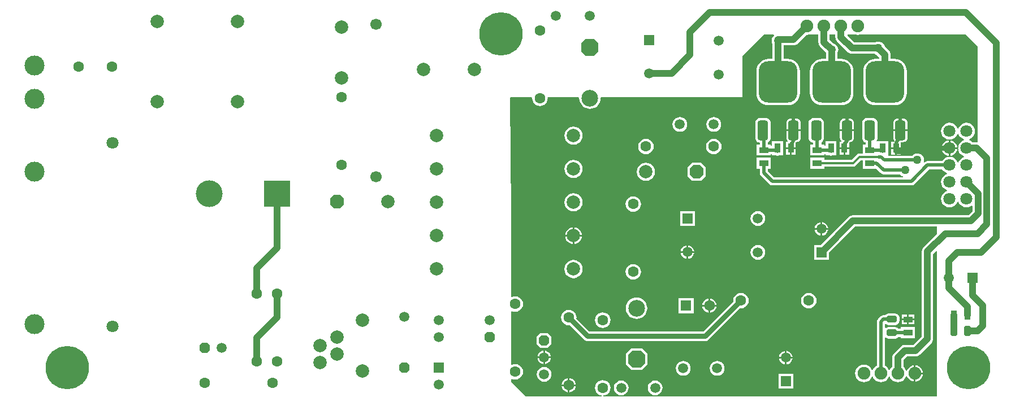
<source format=gtl>
%FSLAX24Y24*%
%MOIN*%
G70*
G01*
G75*
G04 Layer_Physical_Order=1*
G04 Layer_Color=255*
%ADD10R,0.0374X0.0551*%
%ADD11R,0.0551X0.0374*%
G04:AMPARAMS|DCode=12|XSize=228.3mil|YSize=244.1mil|CornerRadius=57.1mil|HoleSize=0mil|Usage=FLASHONLY|Rotation=0.000|XOffset=0mil|YOffset=0mil|HoleType=Round|Shape=RoundedRectangle|*
%AMROUNDEDRECTD12*
21,1,0.2283,0.1299,0,0,0.0*
21,1,0.1142,0.2441,0,0,0.0*
1,1,0.1142,0.0571,-0.0650*
1,1,0.1142,-0.0571,-0.0650*
1,1,0.1142,-0.0571,0.0650*
1,1,0.1142,0.0571,0.0650*
%
%ADD12ROUNDEDRECTD12*%
G04:AMPARAMS|DCode=13|XSize=63mil|YSize=118.1mil|CornerRadius=15.7mil|HoleSize=0mil|Usage=FLASHONLY|Rotation=0.000|XOffset=0mil|YOffset=0mil|HoleType=Round|Shape=RoundedRectangle|*
%AMROUNDEDRECTD13*
21,1,0.0630,0.0866,0,0,0.0*
21,1,0.0315,0.1181,0,0,0.0*
1,1,0.0315,0.0157,-0.0433*
1,1,0.0315,-0.0157,-0.0433*
1,1,0.0315,-0.0157,0.0433*
1,1,0.0315,0.0157,0.0433*
%
%ADD13ROUNDEDRECTD13*%
G04:AMPARAMS|DCode=14|XSize=40mil|YSize=60mil|CornerRadius=10mil|HoleSize=0mil|Usage=FLASHONLY|Rotation=270.000|XOffset=0mil|YOffset=0mil|HoleType=Round|Shape=RoundedRectangle|*
%AMROUNDEDRECTD14*
21,1,0.0400,0.0400,0,0,270.0*
21,1,0.0200,0.0600,0,0,270.0*
1,1,0.0200,-0.0200,-0.0100*
1,1,0.0200,-0.0200,0.0100*
1,1,0.0200,0.0200,0.0100*
1,1,0.0200,0.0200,-0.0100*
%
%ADD14ROUNDEDRECTD14*%
G04:AMPARAMS|DCode=15|XSize=40mil|YSize=60mil|CornerRadius=10mil|HoleSize=0mil|Usage=FLASHONLY|Rotation=180.000|XOffset=0mil|YOffset=0mil|HoleType=Round|Shape=RoundedRectangle|*
%AMROUNDEDRECTD15*
21,1,0.0400,0.0400,0,0,180.0*
21,1,0.0200,0.0600,0,0,180.0*
1,1,0.0200,-0.0100,0.0200*
1,1,0.0200,0.0100,0.0200*
1,1,0.0200,0.0100,-0.0200*
1,1,0.0200,-0.0100,-0.0200*
%
%ADD15ROUNDEDRECTD15*%
%ADD16C,0.0197*%
%ADD17C,0.0394*%
%ADD18C,0.0295*%
%ADD19C,0.0138*%
%ADD20C,0.0118*%
%ADD21C,0.0630*%
%ADD22R,0.0591X0.0591*%
%ADD23C,0.0591*%
%ADD24R,0.0630X0.0630*%
%ADD25C,0.0748*%
G04:AMPARAMS|DCode=26|XSize=98.4mil|YSize=98.4mil|CornerRadius=0mil|HoleSize=0mil|Usage=FLASHONLY|Rotation=90.000|XOffset=0mil|YOffset=0mil|HoleType=Round|Shape=Octagon|*
%AMOCTAGOND26*
4,1,8,0.0246,0.0492,-0.0246,0.0492,-0.0492,0.0246,-0.0492,-0.0246,-0.0246,-0.0492,0.0246,-0.0492,0.0492,-0.0246,0.0492,0.0246,0.0246,0.0492,0.0*
%
%ADD26OCTAGOND26*%

%ADD27C,0.0984*%
%ADD28C,0.0787*%
G04:AMPARAMS|DCode=29|XSize=78.7mil|YSize=78.7mil|CornerRadius=0mil|HoleSize=0mil|Usage=FLASHONLY|Rotation=0.000|XOffset=0mil|YOffset=0mil|HoleType=Round|Shape=Octagon|*
%AMOCTAGOND29*
4,1,8,0.0394,-0.0197,0.0394,0.0197,0.0197,0.0394,-0.0197,0.0394,-0.0394,0.0197,-0.0394,-0.0197,-0.0197,-0.0394,0.0197,-0.0394,0.0394,-0.0197,0.0*
%
%ADD29OCTAGOND29*%

G04:AMPARAMS|DCode=30|XSize=59.1mil|YSize=59.1mil|CornerRadius=0mil|HoleSize=0mil|Usage=FLASHONLY|Rotation=180.000|XOffset=0mil|YOffset=0mil|HoleType=Round|Shape=Octagon|*
%AMOCTAGOND30*
4,1,8,-0.0295,0.0148,-0.0295,-0.0148,-0.0148,-0.0295,0.0148,-0.0295,0.0295,-0.0148,0.0295,0.0148,0.0148,0.0295,-0.0148,0.0295,-0.0295,0.0148,0.0*
%
%ADD30OCTAGOND30*%

%ADD31C,0.2559*%
%ADD32C,0.1181*%
%ADD33R,0.0591X0.0591*%
%ADD34C,0.0709*%
%ADD35C,0.1575*%
%ADD36R,0.1575X0.1575*%
G04:AMPARAMS|DCode=37|XSize=59.1mil|YSize=59.1mil|CornerRadius=0mil|HoleSize=0mil|Usage=FLASHONLY|Rotation=270.000|XOffset=0mil|YOffset=0mil|HoleType=Round|Shape=Octagon|*
%AMOCTAGOND37*
4,1,8,-0.0148,-0.0295,0.0148,-0.0295,0.0295,-0.0148,0.0295,0.0148,0.0148,0.0295,-0.0148,0.0295,-0.0295,0.0148,-0.0295,-0.0148,-0.0148,-0.0295,0.0*
%
%ADD37OCTAGOND37*%

%ADD38C,0.0669*%
%ADD39C,0.0500*%
G36*
X66950Y31250D02*
X67450Y30750D01*
Y25119D01*
X67412Y25086D01*
X67400Y25088D01*
X67161D01*
X67151Y25101D01*
X67048Y25180D01*
X66941Y25224D01*
X66941Y25224D01*
Y25276D01*
X66941Y25276D01*
X67048Y25320D01*
X67151Y25399D01*
X67230Y25502D01*
X67279Y25622D01*
X67296Y25750D01*
X67279Y25878D01*
X67230Y25998D01*
X67151Y26101D01*
X67048Y26180D01*
X66928Y26229D01*
X66800Y26246D01*
X66671Y26229D01*
X66552Y26180D01*
X66449Y26101D01*
X66370Y25998D01*
X66326Y25891D01*
X66326Y25891D01*
X66274D01*
X66274Y25891D01*
X66230Y25998D01*
X66151Y26101D01*
X66048Y26180D01*
X65928Y26229D01*
X65800Y26246D01*
X65671Y26229D01*
X65552Y26180D01*
X65449Y26101D01*
X65370Y25998D01*
X65320Y25878D01*
X65304Y25750D01*
X65320Y25622D01*
X65370Y25502D01*
X65449Y25399D01*
X65552Y25320D01*
X65671Y25271D01*
X65781Y25256D01*
Y25252D01*
X65819D01*
Y25256D01*
X65928Y25271D01*
X66048Y25320D01*
X66151Y25399D01*
X66230Y25502D01*
X66274Y25609D01*
X66274Y25609D01*
X66326D01*
X66326Y25609D01*
X66370Y25502D01*
X66449Y25399D01*
X66552Y25320D01*
X66659Y25276D01*
X66659Y25276D01*
Y25224D01*
X66659Y25224D01*
X66552Y25180D01*
X66449Y25101D01*
X66370Y24998D01*
X66320Y24878D01*
X66306Y24769D01*
X66302D01*
Y24731D01*
X66306D01*
X66320Y24622D01*
X66370Y24502D01*
X66449Y24399D01*
X66552Y24320D01*
X66659Y24276D01*
X66659Y24276D01*
Y24224D01*
X66659Y24224D01*
X66552Y24180D01*
X66449Y24101D01*
X66370Y23998D01*
X66326Y23891D01*
X66326Y23891D01*
X66274D01*
X66274Y23891D01*
X66230Y23998D01*
X66151Y24101D01*
X66048Y24180D01*
X65928Y24229D01*
X65819Y24244D01*
Y24248D01*
X65781D01*
Y24244D01*
X65671Y24229D01*
X65552Y24180D01*
X65449Y24101D01*
X65370Y23998D01*
X65367Y23991D01*
X64500D01*
X64408Y23972D01*
X64330Y23920D01*
X64313Y23904D01*
X64271Y23932D01*
X64278Y23949D01*
X64291Y24050D01*
X64278Y24151D01*
X64239Y24246D01*
X64177Y24327D01*
X64096Y24389D01*
X64001Y24428D01*
X63900Y24441D01*
X63799Y24428D01*
X63704Y24389D01*
X63623Y24327D01*
X63596Y24291D01*
X62191D01*
X62181Y24337D01*
X62181Y24337D01*
X62181Y24337D01*
Y25163D01*
X61536D01*
X61503Y25201D01*
X61515Y25218D01*
X61545Y25290D01*
X61555Y25367D01*
Y26233D01*
X61545Y26310D01*
X61515Y26382D01*
X61468Y26444D01*
X61406Y26491D01*
X61335Y26521D01*
X61257Y26531D01*
X60943D01*
X60865Y26521D01*
X60794Y26491D01*
X60732Y26444D01*
X60685Y26382D01*
X60655Y26310D01*
X60645Y26233D01*
Y25367D01*
X60655Y25290D01*
X60685Y25218D01*
X60732Y25156D01*
X60794Y25109D01*
X60859Y25082D01*
Y24969D01*
X60687D01*
Y24431D01*
X60480D01*
X60416Y24418D01*
X60403Y24416D01*
X60338Y24372D01*
X60033Y24067D01*
X58413D01*
Y24181D01*
X57587D01*
Y23531D01*
X58413D01*
Y23646D01*
X60106D01*
X60187Y23662D01*
X60255Y23707D01*
X60284Y23750D01*
X60563Y24029D01*
X60687D01*
Y23531D01*
X61484D01*
X61736Y23280D01*
X61814Y23227D01*
X61906Y23209D01*
X62896D01*
X62923Y23173D01*
X63004Y23111D01*
X63054Y23091D01*
X63044Y23041D01*
X55450D01*
X55091Y23400D01*
Y23531D01*
X55263D01*
Y24181D01*
X54437D01*
Y23531D01*
X54609D01*
Y23300D01*
X54627Y23208D01*
X54680Y23130D01*
X55180Y22630D01*
X55258Y22577D01*
X55350Y22559D01*
X63550D01*
X63642Y22577D01*
X63720Y22630D01*
X64600Y23509D01*
X65367D01*
X65370Y23502D01*
X65449Y23399D01*
X65552Y23320D01*
X65659Y23276D01*
X65659Y23276D01*
Y23224D01*
X65659Y23224D01*
X65552Y23180D01*
X65449Y23101D01*
X65370Y22998D01*
X65320Y22878D01*
X65304Y22750D01*
X65320Y22622D01*
X65370Y22502D01*
X65449Y22399D01*
X65552Y22320D01*
X65659Y22276D01*
X65659Y22276D01*
Y22224D01*
X65659Y22224D01*
X65552Y22180D01*
X65449Y22101D01*
X65370Y21998D01*
X65320Y21878D01*
X65304Y21750D01*
X65320Y21622D01*
X65370Y21502D01*
X65449Y21399D01*
X65552Y21320D01*
X65671Y21271D01*
X65800Y21254D01*
X65928Y21271D01*
X66048Y21320D01*
X66151Y21399D01*
X66230Y21502D01*
X66274Y21609D01*
X66274Y21609D01*
X66326D01*
X66326Y21609D01*
X66370Y21502D01*
X66449Y21399D01*
X66552Y21320D01*
X66671Y21271D01*
X66800Y21254D01*
X66928Y21271D01*
X67048Y21320D01*
X67112Y21369D01*
X67162Y21345D01*
Y21040D01*
X66923Y20800D01*
X65250D01*
X65238Y20788D01*
X60089D01*
X60002Y20776D01*
X59920Y20742D01*
X59850Y20689D01*
X58206Y19044D01*
X57817D01*
Y18178D01*
X58683D01*
Y18567D01*
X60229Y20112D01*
X65050D01*
Y19677D01*
X64261Y18889D01*
X64208Y18819D01*
X64198Y18795D01*
X64174Y18737D01*
X64162Y18650D01*
Y13640D01*
X63660Y13138D01*
X63150D01*
X63063Y13126D01*
X62981Y13092D01*
X62911Y13039D01*
X62511Y12639D01*
X62458Y12569D01*
X62448Y12545D01*
X62424Y12487D01*
X62412Y12400D01*
Y11836D01*
X62385Y11815D01*
X62303Y11708D01*
X62277Y11646D01*
X62223D01*
X62197Y11708D01*
X62115Y11815D01*
X62008Y11897D01*
X61991Y11904D01*
Y13552D01*
X62041Y13570D01*
X62107Y13526D01*
X62200Y13508D01*
X62600D01*
X62693Y13526D01*
X62771Y13579D01*
X62792Y13609D01*
X62937D01*
Y13532D01*
X63763D01*
Y14181D01*
X62937D01*
Y14091D01*
X62792D01*
X62771Y14121D01*
X62693Y14174D01*
X62600Y14192D01*
X62200D01*
X62107Y14174D01*
X62041Y14130D01*
X61991Y14148D01*
Y14348D01*
X61999Y14355D01*
X62041Y14370D01*
X62107Y14326D01*
X62200Y14308D01*
X62600D01*
X62693Y14326D01*
X62771Y14379D01*
X62824Y14457D01*
X62842Y14550D01*
Y14750D01*
X62824Y14843D01*
X62771Y14921D01*
X62693Y14974D01*
X62600Y14992D01*
X62200D01*
X62107Y14974D01*
X62029Y14921D01*
X62008Y14891D01*
X61900D01*
X61808Y14873D01*
X61730Y14820D01*
X61580Y14670D01*
X61527Y14592D01*
X61509Y14500D01*
Y11904D01*
X61492Y11897D01*
X61385Y11815D01*
X61303Y11708D01*
X61277Y11646D01*
X61223D01*
X61197Y11708D01*
X61115Y11815D01*
X61008Y11897D01*
X60884Y11949D01*
X60750Y11966D01*
X60616Y11949D01*
X60492Y11897D01*
X60385Y11815D01*
X60303Y11708D01*
X60251Y11584D01*
X60234Y11450D01*
X60251Y11316D01*
X60303Y11192D01*
X60385Y11085D01*
X60492Y11003D01*
X60616Y10951D01*
X60750Y10934D01*
X60884Y10951D01*
X61008Y11003D01*
X61115Y11085D01*
X61197Y11192D01*
X61223Y11254D01*
X61277D01*
X61303Y11192D01*
X61385Y11085D01*
X61492Y11003D01*
X61616Y10951D01*
X61750Y10934D01*
X61884Y10951D01*
X62008Y11003D01*
X62115Y11085D01*
X62197Y11192D01*
X62223Y11254D01*
X62277D01*
X62303Y11192D01*
X62385Y11085D01*
X62492Y11003D01*
X62616Y10951D01*
X62750Y10934D01*
X62884Y10951D01*
X63008Y11003D01*
X63115Y11085D01*
X63197Y11192D01*
X63243Y11304D01*
X63285Y11309D01*
X63296Y11307D01*
X63336Y11211D01*
X63412Y11112D01*
X63511Y11036D01*
X63626Y10988D01*
X63700Y10978D01*
Y11450D01*
Y11922D01*
X63626Y11912D01*
X63511Y11864D01*
X63412Y11788D01*
X63336Y11689D01*
X63296Y11593D01*
X63285Y11591D01*
X63243Y11596D01*
X63197Y11708D01*
X63115Y11815D01*
X63088Y11836D01*
Y12260D01*
X63290Y12462D01*
X63800D01*
X63887Y12474D01*
X63945Y12498D01*
X63969Y12508D01*
X64039Y12561D01*
X64739Y13261D01*
X64792Y13331D01*
X64826Y13413D01*
X64838Y13500D01*
Y18510D01*
X65004Y18676D01*
X65050Y18657D01*
Y10100D01*
X45404D01*
X45401Y10150D01*
X45468Y10159D01*
X45578Y10205D01*
X45673Y10277D01*
X45745Y10372D01*
X45791Y10482D01*
X45807Y10600D01*
X45791Y10718D01*
X45745Y10828D01*
X45673Y10923D01*
X45578Y10995D01*
X45468Y11041D01*
X45350Y11057D01*
X45232Y11041D01*
X45122Y10995D01*
X45027Y10923D01*
X44955Y10828D01*
X44909Y10718D01*
X44893Y10600D01*
X44909Y10482D01*
X44955Y10372D01*
X45027Y10277D01*
X45122Y10205D01*
X45232Y10159D01*
X45299Y10150D01*
X45296Y10100D01*
X40800D01*
X40750Y10150D01*
X39950Y10950D01*
Y11111D01*
X40000Y11143D01*
X40082Y11109D01*
X40200Y11093D01*
X40318Y11109D01*
X40428Y11155D01*
X40523Y11227D01*
X40595Y11322D01*
X40641Y11432D01*
X40657Y11550D01*
X40641Y11668D01*
X40595Y11778D01*
X40523Y11873D01*
X40428Y11945D01*
X40318Y11991D01*
X40200Y12007D01*
X40082Y11991D01*
X40000Y11957D01*
X39950Y11989D01*
Y15111D01*
X40000Y15143D01*
X40082Y15109D01*
X40200Y15093D01*
X40318Y15109D01*
X40428Y15155D01*
X40523Y15227D01*
X40595Y15322D01*
X40641Y15432D01*
X40657Y15550D01*
X40641Y15668D01*
X40595Y15778D01*
X40523Y15873D01*
X40428Y15945D01*
X40318Y15991D01*
X40200Y16007D01*
X40082Y15991D01*
X40000Y15957D01*
X39950Y15989D01*
Y21000D01*
X39900Y27715D01*
X39935Y27750D01*
X41162D01*
X41195Y27712D01*
X41193Y27700D01*
X41209Y27582D01*
X41255Y27472D01*
X41327Y27377D01*
X41422Y27305D01*
X41532Y27259D01*
X41650Y27243D01*
X41768Y27259D01*
X41878Y27305D01*
X41973Y27377D01*
X42045Y27472D01*
X42091Y27582D01*
X42107Y27700D01*
X42105Y27712D01*
X42138Y27750D01*
X43935D01*
X43968Y27713D01*
X43967Y27700D01*
X43979Y27577D01*
X44015Y27458D01*
X44074Y27348D01*
X44152Y27252D01*
X44248Y27174D01*
X44358Y27115D01*
X44477Y27079D01*
X44600Y27067D01*
X44723Y27079D01*
X44842Y27115D01*
X44952Y27174D01*
X45048Y27252D01*
X45126Y27348D01*
X45185Y27458D01*
X45221Y27577D01*
X45233Y27700D01*
X45232Y27713D01*
X45265Y27750D01*
X53600D01*
Y30200D01*
X53700Y30300D01*
X54850Y31450D01*
X55437D01*
X55454Y31400D01*
X55423Y31377D01*
X55361Y31296D01*
X55322Y31201D01*
X55309Y31100D01*
X55322Y30999D01*
X55361Y30904D01*
X55362Y30903D01*
Y30012D01*
X55129D01*
X54990Y29998D01*
X54857Y29957D01*
X54734Y29892D01*
X54626Y29803D01*
X54537Y29695D01*
X54471Y29572D01*
X54431Y29439D01*
X54417Y29300D01*
Y28000D01*
X54431Y27861D01*
X54471Y27728D01*
X54537Y27605D01*
X54626Y27497D01*
X54734Y27408D01*
X54857Y27343D01*
X54990Y27302D01*
X55129Y27288D01*
X56271D01*
X56410Y27302D01*
X56543Y27343D01*
X56666Y27408D01*
X56774Y27497D01*
X56863Y27605D01*
X56929Y27728D01*
X56969Y27861D01*
X56983Y28000D01*
Y29300D01*
X56969Y29439D01*
X56929Y29572D01*
X56863Y29695D01*
X56774Y29803D01*
X56666Y29892D01*
X56543Y29957D01*
X56410Y29998D01*
X56271Y30012D01*
X56038D01*
Y30812D01*
X56600D01*
X56687Y30824D01*
X56769Y30858D01*
X56839Y30911D01*
X57366Y31438D01*
X57400Y31434D01*
X57523Y31450D01*
X58062D01*
Y31000D01*
X58074Y30913D01*
X58098Y30855D01*
X58108Y30831D01*
X58161Y30761D01*
X58472Y30451D01*
X58472Y30449D01*
X58511Y30354D01*
X58512Y30353D01*
Y30012D01*
X58279D01*
X58140Y29998D01*
X58007Y29957D01*
X57884Y29892D01*
X57776Y29803D01*
X57687Y29695D01*
X57621Y29572D01*
X57581Y29439D01*
X57567Y29300D01*
Y28000D01*
X57581Y27861D01*
X57621Y27728D01*
X57687Y27605D01*
X57776Y27497D01*
X57884Y27408D01*
X58007Y27343D01*
X58140Y27302D01*
X58279Y27288D01*
X59421D01*
X59560Y27302D01*
X59693Y27343D01*
X59816Y27408D01*
X59924Y27497D01*
X60013Y27605D01*
X60079Y27728D01*
X60119Y27861D01*
X60133Y28000D01*
Y29300D01*
X60119Y29439D01*
X60079Y29572D01*
X60013Y29695D01*
X59924Y29803D01*
X59816Y29892D01*
X59693Y29957D01*
X59560Y29998D01*
X59421Y30012D01*
X59188D01*
Y30353D01*
X59189Y30354D01*
X59228Y30449D01*
X59241Y30550D01*
X59228Y30651D01*
X59189Y30746D01*
X59127Y30827D01*
X59046Y30889D01*
X58951Y30928D01*
X58949Y30928D01*
X58738Y31140D01*
Y31450D01*
X59062D01*
Y31300D01*
X59074Y31213D01*
X59098Y31155D01*
X59108Y31131D01*
X59161Y31061D01*
X59811Y30411D01*
X59881Y30358D01*
X59963Y30324D01*
X60050Y30312D01*
X61403D01*
X61404Y30311D01*
X61499Y30272D01*
X61501Y30272D01*
X61662Y30110D01*
Y30012D01*
X61429D01*
X61290Y29998D01*
X61157Y29957D01*
X61034Y29892D01*
X60926Y29803D01*
X60837Y29695D01*
X60771Y29572D01*
X60731Y29439D01*
X60717Y29300D01*
Y28000D01*
X60731Y27861D01*
X60771Y27728D01*
X60837Y27605D01*
X60926Y27497D01*
X61034Y27408D01*
X61157Y27343D01*
X61290Y27302D01*
X61429Y27288D01*
X62571D01*
X62710Y27302D01*
X62843Y27343D01*
X62966Y27408D01*
X63074Y27497D01*
X63163Y27605D01*
X63229Y27728D01*
X63269Y27861D01*
X63283Y28000D01*
Y29300D01*
X63269Y29439D01*
X63229Y29572D01*
X63163Y29695D01*
X63074Y29803D01*
X62966Y29892D01*
X62843Y29957D01*
X62710Y29998D01*
X62571Y30012D01*
X62338D01*
Y30250D01*
X62326Y30337D01*
X62292Y30419D01*
X62239Y30489D01*
X61978Y30749D01*
X61978Y30751D01*
X61939Y30846D01*
X61877Y30927D01*
X61796Y30989D01*
X61701Y31028D01*
X61600Y31041D01*
X61499Y31028D01*
X61404Y30989D01*
X61403Y30988D01*
X60190D01*
X59777Y31400D01*
X59798Y31450D01*
X60277D01*
X60400Y31434D01*
X60523Y31450D01*
X66750D01*
X66950Y31250D01*
D02*
G37*
%LPC*%
G36*
X63726Y14931D02*
X63400D01*
Y14694D01*
X63726D01*
Y14931D01*
D02*
G37*
G36*
X63300D02*
X62974D01*
Y14694D01*
X63300D01*
Y14931D01*
D02*
G37*
G36*
X50714Y15903D02*
X49808D01*
Y14997D01*
X50714D01*
Y15903D01*
D02*
G37*
G36*
X52051Y15400D02*
X51689D01*
Y15038D01*
X51747Y15046D01*
X51848Y15088D01*
X51935Y15154D01*
X52001Y15241D01*
X52043Y15342D01*
X52051Y15400D01*
D02*
G37*
G36*
X51589D02*
X51227D01*
X51235Y15342D01*
X51277Y15241D01*
X51343Y15154D01*
X51430Y15088D01*
X51531Y15046D01*
X51589Y15038D01*
Y15400D01*
D02*
G37*
G36*
X45350Y15057D02*
X45232Y15041D01*
X45122Y14995D01*
X45027Y14923D01*
X44955Y14828D01*
X44909Y14718D01*
X44893Y14600D01*
X44909Y14482D01*
X44955Y14372D01*
X45027Y14277D01*
X45122Y14205D01*
X45232Y14159D01*
X45350Y14143D01*
X45468Y14159D01*
X45578Y14205D01*
X45673Y14277D01*
X45745Y14372D01*
X45791Y14482D01*
X45807Y14600D01*
X45791Y14718D01*
X45745Y14828D01*
X45673Y14923D01*
X45578Y14995D01*
X45468Y15041D01*
X45350Y15057D01*
D02*
G37*
G36*
X42117Y13833D02*
X41683D01*
X41467Y13617D01*
Y13183D01*
X41683Y12967D01*
X42117D01*
X42333Y13183D01*
Y13617D01*
X42117Y13833D01*
D02*
G37*
G36*
X63300Y14594D02*
X62974D01*
Y14357D01*
X63300D01*
Y14594D01*
D02*
G37*
G36*
X47350Y15933D02*
X47227Y15921D01*
X47108Y15885D01*
X46998Y15826D01*
X46902Y15748D01*
X46824Y15652D01*
X46765Y15542D01*
X46729Y15423D01*
X46717Y15300D01*
X46729Y15177D01*
X46765Y15058D01*
X46824Y14948D01*
X46902Y14852D01*
X46998Y14774D01*
X47108Y14715D01*
X47227Y14679D01*
X47350Y14667D01*
X47473Y14679D01*
X47592Y14715D01*
X47702Y14774D01*
X47798Y14852D01*
X47876Y14948D01*
X47935Y15058D01*
X47971Y15177D01*
X47983Y15300D01*
X47971Y15423D01*
X47935Y15542D01*
X47876Y15652D01*
X47798Y15748D01*
X47702Y15826D01*
X47592Y15885D01*
X47473Y15921D01*
X47350Y15933D01*
D02*
G37*
G36*
X63726Y14594D02*
X63400D01*
Y14357D01*
X63726D01*
Y14594D01*
D02*
G37*
G36*
X54500Y19037D02*
X54387Y19022D01*
X54282Y18978D01*
X54191Y18909D01*
X54122Y18818D01*
X54078Y18713D01*
X54063Y18600D01*
X54078Y18487D01*
X54122Y18382D01*
X54191Y18291D01*
X54282Y18222D01*
X54387Y18178D01*
X54500Y18163D01*
X54613Y18178D01*
X54718Y18222D01*
X54809Y18291D01*
X54878Y18382D01*
X54922Y18487D01*
X54937Y18600D01*
X54922Y18713D01*
X54878Y18818D01*
X54809Y18909D01*
X54718Y18978D01*
X54613Y19022D01*
X54500Y19037D01*
D02*
G37*
G36*
X43635Y18149D02*
X43497Y18131D01*
X43367Y18077D01*
X43256Y17992D01*
X43171Y17881D01*
X43118Y17752D01*
X43099Y17613D01*
X43118Y17474D01*
X43171Y17345D01*
X43256Y17234D01*
X43367Y17149D01*
X43497Y17095D01*
X43635Y17077D01*
X43774Y17095D01*
X43903Y17149D01*
X44015Y17234D01*
X44100Y17345D01*
X44153Y17474D01*
X44172Y17613D01*
X44153Y17752D01*
X44100Y17881D01*
X44015Y17992D01*
X43903Y18077D01*
X43774Y18131D01*
X43635Y18149D01*
D02*
G37*
G36*
X50300Y18566D02*
X49958D01*
X49965Y18513D01*
X50005Y18416D01*
X50068Y18334D01*
X50151Y18270D01*
X50247Y18231D01*
X50300Y18224D01*
Y18566D01*
D02*
G37*
G36*
Y19008D02*
X50247Y19001D01*
X50151Y18961D01*
X50068Y18898D01*
X50005Y18815D01*
X49965Y18719D01*
X49958Y18666D01*
X50300D01*
Y19008D01*
D02*
G37*
G36*
X50742Y18566D02*
X50400D01*
Y18224D01*
X50453Y18231D01*
X50549Y18270D01*
X50632Y18334D01*
X50695Y18416D01*
X50735Y18513D01*
X50742Y18566D01*
D02*
G37*
G36*
X57500Y16207D02*
X57382Y16191D01*
X57272Y16145D01*
X57177Y16073D01*
X57105Y15978D01*
X57059Y15868D01*
X57043Y15750D01*
X57059Y15632D01*
X57105Y15522D01*
X57177Y15427D01*
X57272Y15355D01*
X57382Y15309D01*
X57500Y15293D01*
X57618Y15309D01*
X57728Y15355D01*
X57823Y15427D01*
X57895Y15522D01*
X57941Y15632D01*
X57957Y15750D01*
X57941Y15868D01*
X57895Y15978D01*
X57823Y16073D01*
X57728Y16145D01*
X57618Y16191D01*
X57500Y16207D01*
D02*
G37*
G36*
X53500D02*
X53382Y16191D01*
X53272Y16145D01*
X53177Y16073D01*
X53105Y15978D01*
X53059Y15868D01*
X53043Y15750D01*
X53049Y15706D01*
X51281Y13938D01*
X44569D01*
X43801Y14706D01*
X43807Y14750D01*
X43791Y14868D01*
X43745Y14978D01*
X43673Y15073D01*
X43578Y15145D01*
X43468Y15191D01*
X43350Y15207D01*
X43232Y15191D01*
X43122Y15145D01*
X43027Y15073D01*
X42955Y14978D01*
X42909Y14868D01*
X42893Y14750D01*
X42909Y14632D01*
X42955Y14522D01*
X43027Y14427D01*
X43122Y14355D01*
X43232Y14309D01*
X43350Y14293D01*
X43394Y14299D01*
X44246Y13446D01*
X44306Y13401D01*
X44375Y13372D01*
X44450Y13362D01*
X51400D01*
X51475Y13372D01*
X51544Y13401D01*
X51604Y13446D01*
X53456Y15299D01*
X53500Y15293D01*
X53618Y15309D01*
X53728Y15355D01*
X53823Y15427D01*
X53895Y15522D01*
X53941Y15632D01*
X53957Y15750D01*
X53941Y15868D01*
X53895Y15978D01*
X53823Y16073D01*
X53728Y16145D01*
X53618Y16191D01*
X53500Y16207D01*
D02*
G37*
G36*
X51589Y15862D02*
X51531Y15854D01*
X51430Y15812D01*
X51343Y15746D01*
X51277Y15659D01*
X51235Y15558D01*
X51227Y15500D01*
X51589D01*
Y15862D01*
D02*
G37*
G36*
X47150Y17907D02*
X47032Y17891D01*
X46922Y17845D01*
X46827Y17773D01*
X46755Y17678D01*
X46709Y17568D01*
X46693Y17450D01*
X46709Y17332D01*
X46755Y17222D01*
X46827Y17127D01*
X46922Y17055D01*
X47032Y17009D01*
X47150Y16993D01*
X47268Y17009D01*
X47378Y17055D01*
X47473Y17127D01*
X47545Y17222D01*
X47591Y17332D01*
X47607Y17450D01*
X47591Y17568D01*
X47545Y17678D01*
X47473Y17773D01*
X47378Y17845D01*
X47268Y17891D01*
X47150Y17907D01*
D02*
G37*
G36*
X51689Y15862D02*
Y15500D01*
X52051D01*
X52043Y15558D01*
X52001Y15659D01*
X51935Y15746D01*
X51848Y15812D01*
X51747Y15854D01*
X51689Y15862D01*
D02*
G37*
G36*
X41950Y12792D02*
Y12450D01*
X42292D01*
X42285Y12503D01*
X42245Y12599D01*
X42182Y12682D01*
X42099Y12745D01*
X42003Y12785D01*
X41950Y12792D01*
D02*
G37*
G36*
X43400Y11162D02*
Y10800D01*
X43762D01*
X43754Y10858D01*
X43712Y10959D01*
X43646Y11046D01*
X43559Y11112D01*
X43458Y11154D01*
X43400Y11162D01*
D02*
G37*
G36*
X43300D02*
X43242Y11154D01*
X43141Y11112D01*
X43054Y11046D01*
X42988Y10959D01*
X42946Y10858D01*
X42938Y10800D01*
X43300D01*
Y11162D01*
D02*
G37*
G36*
X41900Y11837D02*
X41787Y11822D01*
X41682Y11778D01*
X41591Y11709D01*
X41522Y11618D01*
X41478Y11513D01*
X41463Y11400D01*
X41478Y11287D01*
X41522Y11182D01*
X41591Y11091D01*
X41682Y11022D01*
X41787Y10978D01*
X41900Y10963D01*
X42013Y10978D01*
X42118Y11022D01*
X42209Y11091D01*
X42278Y11182D01*
X42322Y11287D01*
X42337Y11400D01*
X42322Y11513D01*
X42278Y11618D01*
X42209Y11709D01*
X42118Y11778D01*
X42013Y11822D01*
X41900Y11837D01*
D02*
G37*
G36*
X50100Y12187D02*
X49987Y12172D01*
X49882Y12128D01*
X49791Y12059D01*
X49722Y11968D01*
X49678Y11863D01*
X49663Y11750D01*
X49678Y11637D01*
X49722Y11532D01*
X49791Y11441D01*
X49882Y11372D01*
X49987Y11328D01*
X50100Y11313D01*
X50213Y11328D01*
X50318Y11372D01*
X50409Y11441D01*
X50478Y11532D01*
X50522Y11637D01*
X50537Y11750D01*
X50522Y11863D01*
X50478Y11968D01*
X50409Y12059D01*
X50318Y12128D01*
X50213Y12172D01*
X50100Y12187D01*
D02*
G37*
G36*
X64222Y11400D02*
X63800D01*
Y10978D01*
X63874Y10988D01*
X63989Y11036D01*
X64088Y11112D01*
X64164Y11211D01*
X64212Y11326D01*
X64222Y11400D01*
D02*
G37*
G36*
X48450Y11037D02*
X48337Y11022D01*
X48232Y10978D01*
X48141Y10909D01*
X48072Y10818D01*
X48028Y10713D01*
X48013Y10600D01*
X48028Y10487D01*
X48072Y10382D01*
X48141Y10291D01*
X48232Y10222D01*
X48337Y10178D01*
X48450Y10163D01*
X48563Y10178D01*
X48668Y10222D01*
X48759Y10291D01*
X48828Y10382D01*
X48872Y10487D01*
X48887Y10600D01*
X48872Y10713D01*
X48828Y10818D01*
X48759Y10909D01*
X48668Y10978D01*
X48563Y11022D01*
X48450Y11037D01*
D02*
G37*
G36*
X46450D02*
X46337Y11022D01*
X46232Y10978D01*
X46141Y10909D01*
X46072Y10818D01*
X46028Y10713D01*
X46013Y10600D01*
X46028Y10487D01*
X46072Y10382D01*
X46141Y10291D01*
X46232Y10222D01*
X46337Y10178D01*
X46450Y10163D01*
X46563Y10178D01*
X46668Y10222D01*
X46759Y10291D01*
X46828Y10382D01*
X46872Y10487D01*
X46887Y10600D01*
X46872Y10713D01*
X46828Y10818D01*
X46759Y10909D01*
X46668Y10978D01*
X46563Y11022D01*
X46450Y11037D01*
D02*
G37*
G36*
X43300Y10700D02*
X42938D01*
X42946Y10642D01*
X42988Y10541D01*
X43054Y10454D01*
X43141Y10388D01*
X43242Y10346D01*
X43300Y10338D01*
Y10700D01*
D02*
G37*
G36*
X56583Y11444D02*
X55717D01*
Y10578D01*
X56583D01*
Y11444D01*
D02*
G37*
G36*
X43762Y10700D02*
X43400D01*
Y10338D01*
X43458Y10346D01*
X43559Y10388D01*
X43646Y10454D01*
X43712Y10541D01*
X43754Y10642D01*
X43762Y10700D01*
D02*
G37*
G36*
X42292Y12350D02*
X41950D01*
Y12008D01*
X42003Y12015D01*
X42099Y12055D01*
X42182Y12118D01*
X42245Y12201D01*
X42285Y12297D01*
X42292Y12350D01*
D02*
G37*
G36*
X41850D02*
X41508D01*
X41515Y12297D01*
X41555Y12201D01*
X41618Y12118D01*
X41701Y12055D01*
X41797Y12015D01*
X41850Y12008D01*
Y12350D01*
D02*
G37*
G36*
X56100Y12781D02*
X56047Y12774D01*
X55951Y12734D01*
X55868Y12671D01*
X55805Y12588D01*
X55765Y12492D01*
X55758Y12439D01*
X56100D01*
Y12781D01*
D02*
G37*
G36*
X41850Y12792D02*
X41797Y12785D01*
X41701Y12745D01*
X41618Y12682D01*
X41555Y12599D01*
X41515Y12503D01*
X41508Y12450D01*
X41850D01*
Y12792D01*
D02*
G37*
G36*
X56200Y12781D02*
Y12439D01*
X56542D01*
X56535Y12492D01*
X56495Y12588D01*
X56432Y12671D01*
X56349Y12734D01*
X56253Y12774D01*
X56200Y12781D01*
D02*
G37*
G36*
X63800Y11922D02*
Y11500D01*
X64222D01*
X64212Y11574D01*
X64164Y11689D01*
X64088Y11788D01*
X63989Y11864D01*
X63874Y11912D01*
X63800Y11922D01*
D02*
G37*
G36*
X52100Y12187D02*
X51987Y12172D01*
X51882Y12128D01*
X51791Y12059D01*
X51722Y11968D01*
X51678Y11863D01*
X51663Y11750D01*
X51678Y11637D01*
X51722Y11532D01*
X51791Y11441D01*
X51882Y11372D01*
X51987Y11328D01*
X52100Y11313D01*
X52213Y11328D01*
X52318Y11372D01*
X52409Y11441D01*
X52478Y11532D01*
X52522Y11637D01*
X52537Y11750D01*
X52522Y11863D01*
X52478Y11968D01*
X52409Y12059D01*
X52318Y12128D01*
X52213Y12172D01*
X52100Y12187D01*
D02*
G37*
G36*
X47665Y12930D02*
X47035D01*
X46720Y12615D01*
Y11985D01*
X47035Y11670D01*
X47665D01*
X47980Y11985D01*
Y12615D01*
X47665Y12930D01*
D02*
G37*
G36*
X56542Y12339D02*
X56200D01*
Y11997D01*
X56253Y12004D01*
X56349Y12044D01*
X56432Y12107D01*
X56495Y12190D01*
X56535Y12286D01*
X56542Y12339D01*
D02*
G37*
G36*
X56100D02*
X55758D01*
X55765Y12286D01*
X55805Y12190D01*
X55868Y12107D01*
X55951Y12044D01*
X56047Y12004D01*
X56100Y11997D01*
Y12339D01*
D02*
G37*
G36*
X50400Y19008D02*
Y18666D01*
X50742D01*
X50735Y18719D01*
X50695Y18815D01*
X50632Y18898D01*
X50549Y18961D01*
X50453Y19001D01*
X50400Y19008D01*
D02*
G37*
G36*
X65750Y25202D02*
X65681Y25193D01*
X65571Y25147D01*
X65476Y25074D01*
X65403Y24979D01*
X65357Y24869D01*
X65348Y24800D01*
X65750D01*
Y25202D01*
D02*
G37*
G36*
X51900Y25307D02*
X51782Y25291D01*
X51672Y25245D01*
X51577Y25173D01*
X51505Y25078D01*
X51459Y24968D01*
X51443Y24850D01*
X51459Y24732D01*
X51505Y24622D01*
X51577Y24527D01*
X51672Y24455D01*
X51782Y24409D01*
X51900Y24393D01*
X52018Y24409D01*
X52128Y24455D01*
X52223Y24527D01*
X52295Y24622D01*
X52341Y24732D01*
X52357Y24850D01*
X52341Y24968D01*
X52295Y25078D01*
X52223Y25173D01*
X52128Y25245D01*
X52018Y25291D01*
X51900Y25307D01*
D02*
G37*
G36*
X65850Y25202D02*
Y24800D01*
X66252D01*
X66243Y24869D01*
X66197Y24979D01*
X66124Y25074D01*
X66029Y25147D01*
X65919Y25193D01*
X65850Y25202D01*
D02*
G37*
G36*
X60167Y25750D02*
X59333D01*
Y25367D01*
X59342Y25300D01*
X59368Y25237D01*
X59409Y25183D01*
X59419Y25176D01*
X59402Y25126D01*
X59307D01*
Y24800D01*
X59881D01*
Y25107D01*
X59907D01*
X59975Y25116D01*
X60037Y25142D01*
X60091Y25183D01*
X60132Y25237D01*
X60158Y25300D01*
X60167Y25367D01*
Y25750D01*
D02*
G37*
G36*
X57017D02*
X56183D01*
Y25367D01*
X56192Y25300D01*
X56218Y25237D01*
X56259Y25183D01*
X56269Y25176D01*
X56252Y25126D01*
X56157D01*
Y24800D01*
X56731D01*
Y25107D01*
X56757D01*
X56825Y25116D01*
X56887Y25142D01*
X56941Y25183D01*
X56982Y25237D01*
X57008Y25300D01*
X57017Y25367D01*
Y25750D01*
D02*
G37*
G36*
X59881Y24700D02*
X59644D01*
Y24374D01*
X59881D01*
Y24700D01*
D02*
G37*
G36*
X59544D02*
X59307D01*
Y24374D01*
X59544D01*
Y24700D01*
D02*
G37*
G36*
X62594D02*
X62357D01*
Y24374D01*
X62594D01*
Y24700D01*
D02*
G37*
G36*
X47900Y25307D02*
X47782Y25291D01*
X47672Y25245D01*
X47577Y25173D01*
X47505Y25078D01*
X47459Y24968D01*
X47443Y24850D01*
X47459Y24732D01*
X47505Y24622D01*
X47577Y24527D01*
X47672Y24455D01*
X47782Y24409D01*
X47900Y24393D01*
X48018Y24409D01*
X48128Y24455D01*
X48223Y24527D01*
X48295Y24622D01*
X48341Y24732D01*
X48357Y24850D01*
X48341Y24968D01*
X48295Y25078D01*
X48223Y25173D01*
X48128Y25245D01*
X48018Y25291D01*
X47900Y25307D01*
D02*
G37*
G36*
X62931Y24700D02*
X62694D01*
Y24374D01*
X62931D01*
Y24700D01*
D02*
G37*
G36*
X59700Y26493D02*
X59593D01*
X59525Y26484D01*
X59463Y26458D01*
X59409Y26417D01*
X59368Y26363D01*
X59342Y26300D01*
X59333Y26233D01*
Y25850D01*
X59700D01*
Y26493D01*
D02*
G37*
G36*
X56757D02*
X56650D01*
Y25850D01*
X57017D01*
Y26233D01*
X57008Y26300D01*
X56982Y26363D01*
X56941Y26417D01*
X56887Y26458D01*
X56825Y26484D01*
X56757Y26493D01*
D02*
G37*
G36*
X59907D02*
X59800D01*
Y25850D01*
X60167D01*
Y26233D01*
X60158Y26300D01*
X60132Y26363D01*
X60091Y26417D01*
X60037Y26458D01*
X59975Y26484D01*
X59907Y26493D01*
D02*
G37*
G36*
X63057D02*
X62950D01*
Y25850D01*
X63317D01*
Y26233D01*
X63308Y26300D01*
X63282Y26363D01*
X63241Y26417D01*
X63187Y26458D01*
X63125Y26484D01*
X63057Y26493D01*
D02*
G37*
G36*
X62850D02*
X62743D01*
X62675Y26484D01*
X62613Y26458D01*
X62559Y26417D01*
X62518Y26363D01*
X62492Y26300D01*
X62483Y26233D01*
Y25850D01*
X62850D01*
Y26493D01*
D02*
G37*
G36*
X43635Y26023D02*
X43497Y26005D01*
X43367Y25951D01*
X43256Y25866D01*
X43171Y25755D01*
X43118Y25626D01*
X43099Y25487D01*
X43118Y25348D01*
X43171Y25219D01*
X43256Y25108D01*
X43367Y25023D01*
X43497Y24969D01*
X43635Y24951D01*
X43774Y24969D01*
X43903Y25023D01*
X44015Y25108D01*
X44100Y25219D01*
X44153Y25348D01*
X44172Y25487D01*
X44153Y25626D01*
X44100Y25755D01*
X44015Y25866D01*
X43903Y25951D01*
X43774Y26005D01*
X43635Y26023D01*
D02*
G37*
G36*
X63317Y25750D02*
X62483D01*
Y25367D01*
X62492Y25300D01*
X62518Y25237D01*
X62559Y25183D01*
X62569Y25176D01*
X62552Y25126D01*
X62357D01*
Y24800D01*
X62931D01*
Y25107D01*
X63057D01*
X63125Y25116D01*
X63187Y25142D01*
X63241Y25183D01*
X63282Y25237D01*
X63308Y25300D01*
X63317Y25367D01*
Y25750D01*
D02*
G37*
G36*
X49900Y26587D02*
X49787Y26572D01*
X49682Y26528D01*
X49591Y26459D01*
X49522Y26368D01*
X49478Y26263D01*
X49463Y26150D01*
X49478Y26037D01*
X49522Y25932D01*
X49591Y25841D01*
X49682Y25772D01*
X49787Y25728D01*
X49900Y25713D01*
X50013Y25728D01*
X50118Y25772D01*
X50209Y25841D01*
X50278Y25932D01*
X50322Y26037D01*
X50337Y26150D01*
X50322Y26263D01*
X50278Y26368D01*
X50209Y26459D01*
X50118Y26528D01*
X50013Y26572D01*
X49900Y26587D01*
D02*
G37*
G36*
X56550Y26493D02*
X56443D01*
X56375Y26484D01*
X56313Y26458D01*
X56259Y26417D01*
X56218Y26363D01*
X56192Y26300D01*
X56183Y26233D01*
Y25850D01*
X56550D01*
Y26493D01*
D02*
G37*
G36*
X51900Y26587D02*
X51787Y26572D01*
X51682Y26528D01*
X51591Y26459D01*
X51522Y26368D01*
X51478Y26263D01*
X51463Y26150D01*
X51478Y26037D01*
X51522Y25932D01*
X51591Y25841D01*
X51682Y25772D01*
X51787Y25728D01*
X51900Y25713D01*
X52013Y25728D01*
X52118Y25772D01*
X52209Y25841D01*
X52278Y25932D01*
X52322Y26037D01*
X52337Y26150D01*
X52322Y26263D01*
X52278Y26368D01*
X52209Y26459D01*
X52118Y26528D01*
X52013Y26572D01*
X51900Y26587D01*
D02*
G37*
G36*
X56731Y24700D02*
X56494D01*
Y24374D01*
X56731D01*
Y24700D01*
D02*
G37*
G36*
X58200Y20381D02*
X58147Y20374D01*
X58051Y20334D01*
X57968Y20271D01*
X57905Y20188D01*
X57865Y20092D01*
X57858Y20039D01*
X58200D01*
Y20381D01*
D02*
G37*
G36*
X43685Y20073D02*
Y19632D01*
X44127D01*
X44116Y19710D01*
X44067Y19830D01*
X43988Y19934D01*
X43884Y20013D01*
X43764Y20062D01*
X43685Y20073D01*
D02*
G37*
G36*
X58300Y20381D02*
Y20039D01*
X58642D01*
X58635Y20092D01*
X58595Y20188D01*
X58532Y20271D01*
X58449Y20334D01*
X58353Y20374D01*
X58300Y20381D01*
D02*
G37*
G36*
X54500Y21037D02*
X54387Y21022D01*
X54282Y20978D01*
X54191Y20909D01*
X54122Y20818D01*
X54078Y20713D01*
X54063Y20600D01*
X54078Y20487D01*
X54122Y20382D01*
X54191Y20291D01*
X54282Y20222D01*
X54387Y20178D01*
X54500Y20163D01*
X54613Y20178D01*
X54718Y20222D01*
X54809Y20291D01*
X54878Y20382D01*
X54922Y20487D01*
X54937Y20600D01*
X54922Y20713D01*
X54878Y20818D01*
X54809Y20909D01*
X54718Y20978D01*
X54613Y21022D01*
X54500Y21037D01*
D02*
G37*
G36*
X50783Y21017D02*
X49917D01*
Y20151D01*
X50783D01*
Y21017D01*
D02*
G37*
G36*
X44127Y19532D02*
X43685D01*
Y19090D01*
X43764Y19101D01*
X43884Y19150D01*
X43988Y19229D01*
X44067Y19333D01*
X44116Y19453D01*
X44127Y19532D01*
D02*
G37*
G36*
X43585D02*
X43144D01*
X43154Y19453D01*
X43204Y19333D01*
X43283Y19229D01*
X43386Y19150D01*
X43507Y19101D01*
X43585Y19090D01*
Y19532D01*
D02*
G37*
G36*
X58200Y19939D02*
X57858D01*
X57865Y19886D01*
X57905Y19790D01*
X57968Y19707D01*
X58051Y19644D01*
X58147Y19604D01*
X58200Y19597D01*
Y19939D01*
D02*
G37*
G36*
X43585Y20073D02*
X43507Y20062D01*
X43386Y20013D01*
X43283Y19934D01*
X43204Y19830D01*
X43154Y19710D01*
X43144Y19632D01*
X43585D01*
Y20073D01*
D02*
G37*
G36*
X58642Y19939D02*
X58300D01*
Y19597D01*
X58353Y19604D01*
X58449Y19644D01*
X58532Y19707D01*
X58595Y19790D01*
X58635Y19886D01*
X58642Y19939D01*
D02*
G37*
G36*
X66252Y24700D02*
X65850D01*
Y24298D01*
X65919Y24307D01*
X66029Y24353D01*
X66124Y24426D01*
X66197Y24521D01*
X66243Y24631D01*
X66252Y24700D01*
D02*
G37*
G36*
X65750D02*
X65348D01*
X65357Y24631D01*
X65403Y24521D01*
X65476Y24426D01*
X65571Y24353D01*
X65681Y24307D01*
X65750Y24298D01*
Y24700D01*
D02*
G37*
G36*
X54957Y26531D02*
X54643D01*
X54565Y26521D01*
X54494Y26491D01*
X54432Y26444D01*
X54385Y26382D01*
X54355Y26310D01*
X54345Y26233D01*
Y25367D01*
X54355Y25290D01*
X54385Y25218D01*
X54432Y25156D01*
X54494Y25109D01*
X54565Y25079D01*
X54609Y25073D01*
Y24969D01*
X54437D01*
Y24319D01*
X55263D01*
Y24403D01*
X55332D01*
Y24337D01*
X55550D01*
X55564Y24327D01*
X55656Y24309D01*
X55748Y24327D01*
X55762Y24337D01*
X55981D01*
Y25163D01*
X55332D01*
Y24885D01*
X55263D01*
Y24969D01*
X55091D01*
Y25103D01*
X55106Y25109D01*
X55168Y25156D01*
X55215Y25218D01*
X55245Y25290D01*
X55255Y25367D01*
Y26233D01*
X55245Y26310D01*
X55215Y26382D01*
X55168Y26444D01*
X55106Y26491D01*
X55035Y26521D01*
X54957Y26531D01*
D02*
G37*
G36*
X56394Y24700D02*
X56157D01*
Y24374D01*
X56394D01*
Y24700D01*
D02*
G37*
G36*
X58107Y26531D02*
X57793D01*
X57715Y26521D01*
X57644Y26491D01*
X57582Y26444D01*
X57535Y26382D01*
X57505Y26310D01*
X57495Y26233D01*
Y25367D01*
X57505Y25290D01*
X57535Y25218D01*
X57582Y25156D01*
X57644Y25109D01*
X57715Y25079D01*
X57759Y25073D01*
Y24969D01*
X57587D01*
Y24319D01*
X58413D01*
Y24403D01*
X58481D01*
Y24337D01*
X58700D01*
X58714Y24327D01*
X58806Y24309D01*
X58898Y24327D01*
X58912Y24337D01*
X59131D01*
Y25163D01*
X58481D01*
Y24885D01*
X58413D01*
Y24969D01*
X58241D01*
Y25103D01*
X58256Y25109D01*
X58318Y25156D01*
X58365Y25218D01*
X58395Y25290D01*
X58405Y25367D01*
Y26233D01*
X58395Y26310D01*
X58365Y26382D01*
X58318Y26444D01*
X58256Y26491D01*
X58185Y26521D01*
X58107Y26531D01*
D02*
G37*
G36*
X43635Y22086D02*
X43497Y22068D01*
X43367Y22014D01*
X43256Y21929D01*
X43171Y21818D01*
X43118Y21689D01*
X43099Y21550D01*
X43118Y21411D01*
X43171Y21282D01*
X43256Y21171D01*
X43367Y21086D01*
X43497Y21032D01*
X43635Y21014D01*
X43774Y21032D01*
X43903Y21086D01*
X44015Y21171D01*
X44100Y21282D01*
X44153Y21411D01*
X44172Y21550D01*
X44153Y21689D01*
X44100Y21818D01*
X44015Y21929D01*
X43903Y22014D01*
X43774Y22068D01*
X43635Y22086D01*
D02*
G37*
G36*
X47150Y21907D02*
X47032Y21891D01*
X46922Y21845D01*
X46827Y21773D01*
X46755Y21678D01*
X46709Y21568D01*
X46693Y21450D01*
X46709Y21332D01*
X46755Y21222D01*
X46827Y21127D01*
X46922Y21055D01*
X47032Y21009D01*
X47150Y20993D01*
X47268Y21009D01*
X47378Y21055D01*
X47473Y21127D01*
X47545Y21222D01*
X47591Y21332D01*
X47607Y21450D01*
X47591Y21568D01*
X47545Y21678D01*
X47473Y21773D01*
X47378Y21845D01*
X47268Y21891D01*
X47150Y21907D01*
D02*
G37*
G36*
X47900Y23886D02*
X47761Y23868D01*
X47632Y23814D01*
X47521Y23729D01*
X47436Y23618D01*
X47382Y23489D01*
X47364Y23350D01*
X47382Y23211D01*
X47436Y23082D01*
X47521Y22971D01*
X47632Y22886D01*
X47761Y22832D01*
X47900Y22814D01*
X48039Y22832D01*
X48168Y22886D01*
X48279Y22971D01*
X48364Y23082D01*
X48418Y23211D01*
X48436Y23350D01*
X48418Y23489D01*
X48364Y23618D01*
X48279Y23729D01*
X48168Y23814D01*
X48039Y23868D01*
X47900Y23886D01*
D02*
G37*
G36*
X43635Y24055D02*
X43497Y24036D01*
X43367Y23983D01*
X43256Y23898D01*
X43171Y23787D01*
X43118Y23657D01*
X43099Y23519D01*
X43118Y23380D01*
X43171Y23250D01*
X43256Y23139D01*
X43367Y23054D01*
X43497Y23001D01*
X43635Y22982D01*
X43774Y23001D01*
X43903Y23054D01*
X44015Y23139D01*
X44100Y23250D01*
X44153Y23380D01*
X44172Y23519D01*
X44153Y23657D01*
X44100Y23787D01*
X44015Y23898D01*
X43903Y23983D01*
X43774Y24036D01*
X43635Y24055D01*
D02*
G37*
G36*
X51166Y23881D02*
X50634D01*
X50368Y23616D01*
Y23084D01*
X50634Y22819D01*
X51166D01*
X51431Y23084D01*
Y23616D01*
X51166Y23881D01*
D02*
G37*
%LPD*%
D10*
X62644Y24750D02*
D03*
X61856D02*
D03*
X59594D02*
D03*
X58806D02*
D03*
X56444D02*
D03*
X55656D02*
D03*
X66844Y14900D02*
D03*
X66056D02*
D03*
D11*
X61100Y24644D02*
D03*
Y23856D02*
D03*
X58000Y24644D02*
D03*
Y23856D02*
D03*
X54850Y24644D02*
D03*
Y23856D02*
D03*
X63350Y14644D02*
D03*
Y13856D02*
D03*
D12*
X55700Y28650D02*
D03*
X58850D02*
D03*
X62000D02*
D03*
D13*
X54800Y25800D02*
D03*
X56600D02*
D03*
X57950D02*
D03*
X59750D02*
D03*
X61100D02*
D03*
X62900D02*
D03*
D14*
X62400Y14650D02*
D03*
Y13850D02*
D03*
D15*
X66850Y13950D02*
D03*
X66050D02*
D03*
D16*
X56950Y26900D02*
X59750D01*
Y25800D02*
Y26900D01*
X59800D02*
X62600D01*
X62900Y25800D02*
Y26600D01*
X62600Y26900D02*
X62900Y26600D01*
X56600Y26550D02*
X56950Y26900D01*
X56600Y25800D02*
Y26550D01*
X62644Y24550D02*
Y25094D01*
X62900Y25350D01*
Y25800D01*
X59594Y24550D02*
Y24994D01*
X59750Y25150D01*
Y25800D01*
X56444Y24550D02*
Y24994D01*
X56600Y25150D01*
Y25800D01*
X61763Y24644D02*
X61856Y24550D01*
X61100Y24644D02*
X61763D01*
X61100D02*
Y25800D01*
X58000Y24644D02*
Y25750D01*
X58713Y24644D02*
X58806Y24550D01*
X58000Y24644D02*
X58713D01*
X57950Y24694D02*
X58000Y24644D01*
X54850D02*
Y25750D01*
Y24644D02*
X55563D01*
X55656Y24550D01*
X62400Y13850D02*
X63244D01*
X61900Y14650D02*
X62400D01*
X61750Y14500D02*
X61900Y14650D01*
X61750Y11450D02*
Y14500D01*
X61906Y23450D02*
X63200D01*
X61100Y23856D02*
X61500D01*
X61906Y23450D01*
X54850Y23300D02*
Y23856D01*
X61950Y24050D02*
X63900D01*
X61770Y24230D02*
X61950Y24050D01*
X61627Y24230D02*
X61770D01*
X54850Y23300D02*
X55350Y22800D01*
X63550D01*
X64500Y23750D01*
X65800D01*
D17*
X62000Y28650D02*
Y30250D01*
X61600Y30650D02*
X62000Y30250D01*
X59400Y31300D02*
Y31950D01*
Y31300D02*
X60050Y30650D01*
X61600D01*
X58850Y28650D02*
Y30550D01*
X58400Y31000D02*
X58850Y30550D01*
X58400Y31000D02*
Y31950D01*
X55700Y31150D02*
X56600D01*
X55700Y28850D02*
Y31150D01*
Y28850D02*
X55800Y28750D01*
X56600Y31150D02*
X57400Y31950D01*
X26150Y18850D02*
Y22050D01*
X24950Y17650D02*
X26150Y18850D01*
X24950Y16150D02*
Y17650D01*
Y12150D02*
Y13550D01*
X26150Y14750D01*
Y16150D01*
X48100Y29166D02*
X49416D01*
X50500Y30250D01*
Y31600D01*
X65761Y18111D02*
X66250Y18600D01*
X65761Y17100D02*
Y18111D01*
X66250Y18600D02*
X67650D01*
X66800Y24750D02*
X67400D01*
X65550Y19700D02*
X67450D01*
X64500Y18650D02*
X65550Y19700D01*
X64500Y13500D02*
Y18650D01*
X63800Y12800D02*
X64500Y13500D01*
X63150Y12800D02*
X63800D01*
X62750Y12400D02*
X63150Y12800D01*
X62750Y11450D02*
Y12400D01*
X67650Y18600D02*
X68550Y19500D01*
Y30950D01*
X67450Y19700D02*
X68000Y20250D01*
Y24150D01*
X67400Y24750D02*
X68000Y24150D01*
X66800Y22750D02*
X67500Y22050D01*
Y20900D02*
Y22050D01*
X67050Y20450D02*
X67500Y20900D01*
X60089Y20450D02*
X67050D01*
X58250Y18611D02*
X60089Y20450D01*
X67139Y16061D02*
Y17100D01*
Y16061D02*
X67750Y15450D01*
Y14250D02*
Y15450D01*
X67450Y13950D02*
X67750Y14250D01*
X66850Y13950D02*
X67450D01*
X66844Y14900D02*
Y15406D01*
X65761Y16489D02*
X66844Y15406D01*
X65761Y16489D02*
Y17100D01*
X66056Y13956D02*
Y14900D01*
X66050Y13950D02*
X66056Y13956D01*
X50500Y31600D02*
X51650Y32750D01*
X66750D01*
X68550Y30950D01*
D18*
X51400Y13650D02*
X53500Y15750D01*
X44450Y13650D02*
X51400D01*
X43350Y14750D02*
X44450Y13650D01*
X63900Y24750D02*
X65800D01*
X63700Y24550D02*
X63900Y24750D01*
X62644Y24550D02*
X63700D01*
D19*
X58000Y23856D02*
X60106D01*
D20*
X60480Y24230D01*
X61627D01*
D21*
X53500Y15750D02*
D03*
X57500D02*
D03*
X51639Y15450D02*
D03*
X45350Y10600D02*
D03*
Y14600D02*
D03*
X24950Y16150D02*
D03*
Y12150D02*
D03*
X26150Y16150D02*
D03*
Y12150D02*
D03*
X29950Y27750D02*
D03*
Y23750D02*
D03*
X25900Y10900D02*
D03*
X21900D02*
D03*
X16434Y29550D02*
D03*
X14466D02*
D03*
X51900Y24850D02*
D03*
X47900D02*
D03*
X47150Y21450D02*
D03*
Y17450D02*
D03*
X40200Y11550D02*
D03*
Y15550D02*
D03*
X43350Y10750D02*
D03*
Y14750D02*
D03*
X41650Y31700D02*
D03*
Y27700D02*
D03*
D22*
X56150Y11011D02*
D03*
X58250Y18611D02*
D03*
X50350Y20584D02*
D03*
X35700Y11800D02*
D03*
X48100Y31134D02*
D03*
D23*
X56150Y12389D02*
D03*
X50100Y11750D02*
D03*
X52100D02*
D03*
X44600Y32550D02*
D03*
X42600D02*
D03*
X58250Y19989D02*
D03*
X54500Y20600D02*
D03*
Y18600D02*
D03*
X22900Y12950D02*
D03*
X65761Y17100D02*
D03*
X49900Y26150D02*
D03*
X51900D02*
D03*
X50350Y18616D02*
D03*
X33650Y14800D02*
D03*
X35700Y10800D02*
D03*
X41900Y12400D02*
D03*
Y11400D02*
D03*
X38700Y14600D02*
D03*
X35700D02*
D03*
Y13600D02*
D03*
X48450Y10600D02*
D03*
X46450D02*
D03*
X48100Y29166D02*
D03*
X52200Y31100D02*
D03*
Y29100D02*
D03*
D24*
X50261Y15450D02*
D03*
D25*
X60400Y31950D02*
D03*
X59400D02*
D03*
X58400D02*
D03*
X57400D02*
D03*
X63750Y11450D02*
D03*
X62750D02*
D03*
X61750D02*
D03*
X60750D02*
D03*
D26*
X44600Y30700D02*
D03*
X47350Y12300D02*
D03*
D27*
X44600Y27700D02*
D03*
X47350Y15300D02*
D03*
D28*
X47900Y23350D02*
D03*
X37800Y29400D02*
D03*
X34800D02*
D03*
X35565Y25487D02*
D03*
Y23519D02*
D03*
Y21550D02*
D03*
Y19582D02*
D03*
Y17613D02*
D03*
X43635D02*
D03*
Y19582D02*
D03*
Y21550D02*
D03*
Y23519D02*
D03*
Y25487D02*
D03*
X32700Y21600D02*
D03*
X19088Y27488D02*
D03*
X23812D02*
D03*
Y32212D02*
D03*
X19088D02*
D03*
X28700Y13100D02*
D03*
Y12100D02*
D03*
X31200Y14600D02*
D03*
X29700Y13600D02*
D03*
Y12600D02*
D03*
X31200Y11600D02*
D03*
X29950Y31900D02*
D03*
Y28900D02*
D03*
D29*
X50900Y23350D02*
D03*
X29700Y21600D02*
D03*
D30*
X21900Y12950D02*
D03*
X41900Y13400D02*
D03*
X38700Y13600D02*
D03*
D31*
X66929Y11811D02*
D03*
X39370Y31496D02*
D03*
X13780Y11811D02*
D03*
D32*
X11850Y14350D02*
D03*
Y23350D02*
D03*
Y29634D02*
D03*
Y27666D02*
D03*
D33*
X67139Y17100D02*
D03*
D34*
X16450Y14237D02*
D03*
Y25063D02*
D03*
X66800Y21750D02*
D03*
X65800D02*
D03*
X66800Y22750D02*
D03*
X65800D02*
D03*
Y23750D02*
D03*
X66800D02*
D03*
X65800Y24750D02*
D03*
X66800D02*
D03*
X65800Y25750D02*
D03*
X66800D02*
D03*
D35*
X22150Y22050D02*
D03*
D36*
X26150D02*
D03*
D37*
X33650Y11800D02*
D03*
D38*
X32000Y23050D02*
D03*
Y32050D02*
D03*
D39*
X61600Y30650D02*
D03*
X58850Y30550D02*
D03*
X55700Y31100D02*
D03*
X63200Y23450D02*
D03*
X63900Y24050D02*
D03*
M02*

</source>
